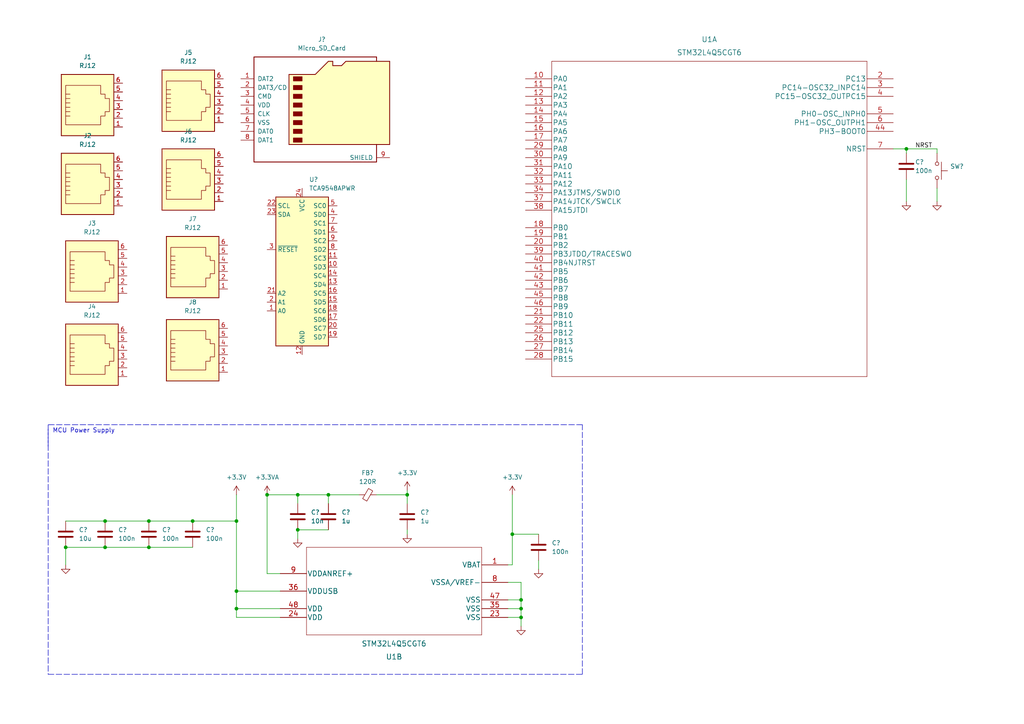
<source format=kicad_sch>
(kicad_sch (version 20211123) (generator eeschema)
  (paper "A4")
  (lib_symbols
    (symbol "Connector:Micro_SD_Card" (pin_names (offset 1.016))
      (property "Reference" "J" (at -16.51 15.24 0))
      (property "Value" "Micro_SD_Card" (at 16.51 15.24 0))
      (symbol "Micro_SD_Card_0_1"
        (rectangle (start -7.62 -9.525) (end -5.08 -10.795) (fill (type outline)))
        (rectangle (start -7.62 -6.985) (end -5.08 -8.255) (fill (type outline)))
        (rectangle (start -7.62 -4.445) (end -5.08 -5.715) (fill (type outline)))
        (rectangle (start -7.62 -1.905) (end -5.08 -3.175) (fill (type outline)))
        (rectangle (start -7.62 0.635) (end -5.08 -0.635) (fill (type outline)))
        (rectangle (start -7.62 3.175) (end -5.08 1.905) (fill (type outline)))
        (rectangle (start -7.62 5.715) (end -5.08 4.445) (fill (type outline)))
        (rectangle (start -7.62 8.255) (end -5.08 6.985) (fill (type outline)))
        (polyline (pts (xy 16.51 12.7) (xy 16.51 13.97) (xy -19.05 13.97) (xy -19.05 -16.51) (xy 16.51 -16.51) (xy 16.51 -11.43)) (stroke (width 0.254)))
        (polyline (pts (xy -8.89 -11.43) (xy -8.89 8.89) (xy -1.27 8.89) (xy 2.54 12.7) (xy 3.81 12.7) (xy 3.81 11.43) (xy 6.35 11.43) (xy 7.62 12.7) (xy 20.32 12.7) (xy 20.32 -11.43) (xy -8.89 -11.43)) (stroke (width 0.254)) (fill (type background)))
      )
      (symbol "Micro_SD_Card_1_1"
        (pin bidirectional line (at -22.86 7.62 0) (length 3.81) (name "DAT2") (number "1"))
        (pin bidirectional line (at -22.86 5.08 0) (length 3.81) (name "DAT3/CD") (number "2"))
        (pin input line (at -22.86 2.54 0) (length 3.81) (name "CMD") (number "3"))
        (pin power_in line (at -22.86 0 0) (length 3.81) (name "VDD") (number "4"))
        (pin input line (at -22.86 -2.54 0) (length 3.81) (name "CLK") (number "5"))
        (pin power_in line (at -22.86 -5.08 0) (length 3.81) (name "VSS") (number "6"))
        (pin bidirectional line (at -22.86 -7.62 0) (length 3.81) (name "DAT0") (number "7"))
        (pin bidirectional line (at -22.86 -10.16 0) (length 3.81) (name "DAT1") (number "8"))
        (pin passive line (at 20.32 -15.24 180) (length 3.81) (name "SHIELD") (number "9"))
      )
    )
    (symbol "Connector:RJ12" (pin_names (offset 1.016))
      (property "Reference" "J" (at -5.08 11.43 0))
      (property "Value" "RJ12" (at 2.54 11.43 0))
      (symbol "RJ12_0_1"
        (polyline (pts (xy -6.35 -1.905) (xy -5.08 -1.905) (xy -5.08 -1.905)))
        (polyline (pts (xy -6.35 -0.635) (xy -5.08 -0.635) (xy -5.08 -0.635)))
        (polyline (pts (xy -6.35 0.635) (xy -5.08 0.635) (xy -5.08 0.635)))
        (polyline (pts (xy -6.35 1.905) (xy -5.08 1.905) (xy -5.08 1.905)))
        (polyline (pts (xy -6.35 3.175) (xy -5.08 3.175) (xy -5.08 3.175)))
        (polyline (pts (xy -5.08 4.445) (xy -6.35 4.445) (xy -6.35 4.445)))
        (polyline (pts (xy -6.35 -4.445) (xy -6.35 6.985) (xy 3.81 6.985) (xy 3.81 4.445) (xy 5.08 4.445) (xy 5.08 3.175) (xy 6.35 3.175) (xy 6.35 -0.635) (xy 5.08 -0.635) (xy 5.08 -1.905) (xy 3.81 -1.905) (xy 3.81 -4.445) (xy -6.35 -4.445) (xy -6.35 -4.445)))
        (rectangle (start 7.62 10.16) (end -7.62 -7.62) (stroke (width 0.254)) (fill (type background)))
      )
      (symbol "RJ12_1_1"
        (pin passive line (at 10.16 -5.08 180) (length 2.54) (name "~") (number "1"))
        (pin passive line (at 10.16 -2.54 180) (length 2.54) (name "~") (number "2"))
        (pin passive line (at 10.16 0 180) (length 2.54) (name "~") (number "3"))
        (pin passive line (at 10.16 2.54 180) (length 2.54) (name "~") (number "4"))
        (pin passive line (at 10.16 5.08 180) (length 2.54) (name "~") (number "5"))
        (pin passive line (at 10.16 7.62 180) (length 2.54) (name "~") (number "6"))
      )
    )
    (symbol "Device:C" (pin_numbers hide) (pin_names (offset 0.254))
      (property "Reference" "C" (at 0.635 2.54 0))
      (property "Value" "C" (at 0.635 -2.54 0))
      (symbol "C_0_1"
        (polyline (pts (xy -2.032 -0.762) (xy 2.032 -0.762)) (stroke (width 0.508)))
        (polyline (pts (xy -2.032 0.762) (xy 2.032 0.762)) (stroke (width 0.508)))
      )
      (symbol "C_1_1"
        (pin passive line (at 0 3.81 270) (length 2.794) (name "~") (number "1"))
        (pin passive line (at 0 -3.81 90) (length 2.794) (name "~") (number "2"))
      )
    )
    (symbol "Device:FerriteBead_Small" (pin_numbers hide) (pin_names (offset 0))
      (property "Reference" "FB" (at 1.905 1.27 0))
      (property "Value" "FerriteBead_Small" (at 1.905 -1.27 0))
      (symbol "FerriteBead_Small_0_1"
        (polyline (pts (xy 0 -1.27) (xy 0 -0.7874)))
        (polyline (pts (xy 0 0.889) (xy 0 1.2954)))
        (polyline (pts (xy -1.8288 0.2794) (xy -1.1176 1.4986) (xy 1.8288 -0.2032) (xy 1.1176 -1.4224) (xy -1.8288 0.2794)))
      )
      (symbol "FerriteBead_Small_1_1"
        (pin passive line (at 0 2.54 270) (length 1.27) (name "~") (number "1"))
        (pin passive line (at 0 -2.54 90) (length 1.27) (name "~") (number "2"))
      )
    )
    (symbol "Interface_Expansion:TCA9548APWR"
      (property "Reference" "U" (at -7.62 21.59 0))
      (property "Value" "TCA9548APWR" (at 1.016 21.59 0))
      (symbol "TCA9548APWR_0_1"
        (rectangle (start -7.62 20.32) (end 7.62 -22.86) (stroke (width 0.254)) (fill (type background)))
      )
      (symbol "TCA9548APWR_1_1"
        (pin input line (at -10.16 -12.7 0) (length 2.54) (name "A0") (number "1"))
        (pin bidirectional line (at 10.16 0 180) (length 2.54) (name "SD3") (number "10"))
        (pin output line (at 10.16 2.54 180) (length 2.54) (name "SC3") (number "11"))
        (pin power_in line (at 0 -25.4 90) (length 2.54) (name "GND") (number "12"))
        (pin bidirectional line (at 10.16 -5.08 180) (length 2.54) (name "SD4") (number "13"))
        (pin output line (at 10.16 -2.54 180) (length 2.54) (name "SC4") (number "14"))
        (pin bidirectional line (at 10.16 -10.16 180) (length 2.54) (name "SD5") (number "15"))
        (pin output line (at 10.16 -7.62 180) (length 2.54) (name "SC5") (number "16"))
        (pin bidirectional line (at 10.16 -15.24 180) (length 2.54) (name "SD6") (number "17"))
        (pin output line (at 10.16 -12.7 180) (length 2.54) (name "SC6") (number "18"))
        (pin bidirectional line (at 10.16 -20.32 180) (length 2.54) (name "SD7") (number "19"))
        (pin input line (at -10.16 -10.16 0) (length 2.54) (name "A1") (number "2"))
        (pin output line (at 10.16 -17.78 180) (length 2.54) (name "SC7") (number "20"))
        (pin input line (at -10.16 -7.62 0) (length 2.54) (name "A2") (number "21"))
        (pin input line (at -10.16 17.78 0) (length 2.54) (name "SCL") (number "22"))
        (pin bidirectional line (at -10.16 15.24 0) (length 2.54) (name "SDA") (number "23"))
        (pin power_in line (at 0 22.86 270) (length 2.54) (name "VCC") (number "24"))
        (pin input line (at -10.16 5.08 0) (length 2.54) (name "~{RESET}") (number "3"))
        (pin bidirectional line (at 10.16 15.24 180) (length 2.54) (name "SD0") (number "4"))
        (pin output line (at 10.16 17.78 180) (length 2.54) (name "SC0") (number "5"))
        (pin bidirectional line (at 10.16 10.16 180) (length 2.54) (name "SD1") (number "6"))
        (pin output line (at 10.16 12.7 180) (length 2.54) (name "SC1") (number "7"))
        (pin bidirectional line (at 10.16 5.08 180) (length 2.54) (name "SD2") (number "8"))
        (pin output line (at 10.16 7.62 180) (length 2.54) (name "SC2") (number "9"))
      )
    )
    (symbol "ProtoZeroComponents:STM32L4Q5CGT6" (pin_names (offset 0.254))
      (property "Reference" "U" (at 53.34 10.16 0))
      (property "Value" "STM32L4Q5CGT6" (at 53.34 7.62 0))
      (symbol "STM32L4Q5CGT6_1_1"
        (polyline (pts (xy 7.62 -86.36) (xy 99.06 -86.36)) (stroke (width 0.127)))
        (polyline (pts (xy 7.62 5.08) (xy 7.62 -86.36)) (stroke (width 0.127)))
        (polyline (pts (xy 99.06 -86.36) (xy 99.06 5.08)) (stroke (width 0.127)))
        (polyline (pts (xy 99.06 5.08) (xy 7.62 5.08)) (stroke (width 0.127)))
        (pin bidirectional line (at 0 0 0) (length 7.62) (name "PA0") (number "10"))
        (pin bidirectional line (at 0 -2.54 0) (length 7.62) (name "PA1") (number "11"))
        (pin bidirectional line (at 0 -5.08 0) (length 7.62) (name "PA2") (number "12"))
        (pin bidirectional line (at 0 -7.62 0) (length 7.62) (name "PA3") (number "13"))
        (pin bidirectional line (at 0 -10.16 0) (length 7.62) (name "PA4") (number "14"))
        (pin bidirectional line (at 0 -12.7 0) (length 7.62) (name "PA5") (number "15"))
        (pin bidirectional line (at 0 -15.24 0) (length 7.62) (name "PA6") (number "16"))
        (pin bidirectional line (at 0 -17.78 0) (length 7.62) (name "PA7") (number "17"))
        (pin bidirectional line (at 0 -43.18 0) (length 7.62) (name "PB0") (number "18"))
        (pin bidirectional line (at 0 -45.72 0) (length 7.62) (name "PB1") (number "19"))
        (pin bidirectional line (at 106.68 0 180) (length 7.62) (name "PC13") (number "2"))
        (pin bidirectional line (at 0 -48.26 0) (length 7.62) (name "PB2") (number "20"))
        (pin bidirectional line (at 0 -68.58 0) (length 7.62) (name "PB10") (number "21"))
        (pin bidirectional line (at 0 -71.12 0) (length 7.62) (name "PB11") (number "22"))
        (pin bidirectional line (at 0 -73.66 0) (length 7.62) (name "PB12") (number "25"))
        (pin bidirectional line (at 0 -76.2 0) (length 7.62) (name "PB13") (number "26"))
        (pin bidirectional line (at 0 -78.74 0) (length 7.62) (name "PB14") (number "27"))
        (pin bidirectional line (at 0 -81.28 0) (length 7.62) (name "PB15") (number "28"))
        (pin bidirectional line (at 0 -20.32 0) (length 7.62) (name "PA8") (number "29"))
        (pin bidirectional line (at 106.68 -2.54 180) (length 7.62) (name "PC14-OSC32_INPC14") (number "3"))
        (pin bidirectional line (at 0 -22.86 0) (length 7.62) (name "PA9") (number "30"))
        (pin bidirectional line (at 0 -25.4 0) (length 7.62) (name "PA10") (number "31"))
        (pin bidirectional line (at 0 -27.94 0) (length 7.62) (name "PA11") (number "32"))
        (pin bidirectional line (at 0 -30.48 0) (length 7.62) (name "PA12") (number "33"))
        (pin bidirectional line (at 0 -33.02 0) (length 7.62) (name "PA13JTMS/SWDIO") (number "34"))
        (pin bidirectional line (at 0 -35.56 0) (length 7.62) (name "PA14JTCK/SWCLK") (number "37"))
        (pin bidirectional line (at 0 -38.1 0) (length 7.62) (name "PA15JTDI") (number "38"))
        (pin bidirectional line (at 0 -50.8 0) (length 7.62) (name "PB3JTDO/TRACESWO") (number "39"))
        (pin bidirectional line (at 106.68 -5.08 180) (length 7.62) (name "PC15-OSC32_OUTPC15") (number "4"))
        (pin bidirectional line (at 0 -53.34 0) (length 7.62) (name "PB4NJTRST") (number "40"))
        (pin bidirectional line (at 0 -55.88 0) (length 7.62) (name "PB5") (number "41"))
        (pin bidirectional line (at 0 -58.42 0) (length 7.62) (name "PB6") (number "42"))
        (pin bidirectional line (at 0 -60.96 0) (length 7.62) (name "PB7") (number "43"))
        (pin bidirectional line (at 106.68 -15.24 180) (length 7.62) (name "PH3-BOOT0") (number "44"))
        (pin bidirectional line (at 0 -63.5 0) (length 7.62) (name "PB8") (number "45"))
        (pin bidirectional line (at 0 -66.04 0) (length 7.62) (name "PB9") (number "46"))
        (pin bidirectional line (at 106.68 -10.16 180) (length 7.62) (name "PH0-OSC_INPH0") (number "5"))
        (pin bidirectional line (at 106.68 -12.7 180) (length 7.62) (name "PH1-OSC_OUTPH1") (number "6"))
        (pin power_in line (at 106.68 -20.32 180) (length 7.62) (name "NRST") (number "7"))
      )
      (symbol "STM32L4Q5CGT6_2_1"
        (polyline (pts (xy 7.62 -20.32) (xy 58.42 -20.32)) (stroke (width 0.127)))
        (polyline (pts (xy 7.62 5.08) (xy 7.62 -20.32)) (stroke (width 0.127)))
        (polyline (pts (xy 58.42 -20.32) (xy 58.42 5.08)) (stroke (width 0.127)))
        (polyline (pts (xy 58.42 5.08) (xy 7.62 5.08)) (stroke (width 0.127)))
        (pin power_in line (at 0 -15.24 0) (length 7.62) (name "VBAT") (number "1"))
        (pin power_in line (at 0 0 0) (length 7.62) (name "VSS") (number "23"))
        (pin power_in line (at 66.04 0 180) (length 7.62) (name "VDD") (number "24"))
        (pin power_in line (at 0 -2.54 0) (length 7.62) (name "VSS") (number "35"))
        (pin power_in line (at 66.04 -7.62 180) (length 7.62) (name "VDDUSB") (number "36"))
        (pin power_in line (at 0 -5.08 0) (length 7.62) (name "VSS") (number "47"))
        (pin power_in line (at 66.04 -2.54 180) (length 7.62) (name "VDD") (number "48"))
        (pin power_in line (at 0 -10.16 0) (length 7.62) (name "VSSA/VREF-") (number "8"))
        (pin power_in line (at 66.04 -12.7 180) (length 7.62) (name "VDDANREF+") (number "9"))
      )
    )
    (symbol "Switch:SW_Push" (pin_numbers hide) (pin_names (offset 1.016) hide)
      (property "Reference" "SW" (at 1.27 2.54 0))
      (property "Value" "SW_Push" (at 0 -1.524 0))
      (symbol "SW_Push_0_1"
        (circle (center -2.032 0) (radius 0.508))
        (polyline (pts (xy 0 1.27) (xy 0 3.048)))
        (polyline (pts (xy 2.54 1.27) (xy -2.54 1.27)))
        (circle (center 2.032 0) (radius 0.508))
        (pin passive line (at -5.08 0 0) (length 2.54) (name "1") (number "1"))
        (pin passive line (at 5.08 0 180) (length 2.54) (name "2") (number "2"))
      )
    )
    (symbol "power:+3.3V" (power) (pin_names (offset 0))
      (property "Value" "+3.3V" (at 0 3.556 0))
      (symbol "+3.3V_0_1"
        (polyline (pts (xy -0.762 1.27) (xy 0 2.54)))
        (polyline (pts (xy 0 0) (xy 0 2.54)))
        (polyline (pts (xy 0 2.54) (xy 0.762 1.27)))
      )
      (symbol "+3.3V_1_1"
        (pin power_in line (at 0 0 90) (length 0) hide (name "+3.3V") (number "1"))
      )
    )
    (symbol "power:+3.3VA" (power) (pin_names (offset 0))
      (property "Value" "+3.3VA" (at 0 3.556 0))
      (symbol "+3.3VA_0_1"
        (polyline (pts (xy -0.762 1.27) (xy 0 2.54)))
        (polyline (pts (xy 0 0) (xy 0 2.54)))
        (polyline (pts (xy 0 2.54) (xy 0.762 1.27)))
      )
      (symbol "+3.3VA_1_1"
        (pin power_in line (at 0 0 90) (length 0) hide (name "+3.3VA") (number "1"))
      )
    )
    (symbol "power:GND" (power) (pin_names (offset 0))
      (property "Value" "GND" (at 0 -3.81 0))
      (symbol "GND_0_1"
        (polyline (pts (xy 0 0) (xy 0 -1.27) (xy 1.27 -1.27) (xy 0 -2.54) (xy -1.27 -1.27) (xy 0 -1.27)))
      )
      (symbol "GND_1_1"
        (pin power_in line (at 0 0 270) (length 0) hide (name "GND") (number "1"))
      )
    )
  )
  (junction (at 68.58 171.45))
  (junction (at 151.13 173.99))
  (junction (at 68.58 151.13))
  (junction (at 86.36 143.51))
  (junction (at 77.47 143.51))
  (junction (at 19.05 158.75))
  (junction (at 68.58 176.53))
  (junction (at 55.88 151.13))
  (junction (at 30.48 151.13))
  (junction (at 151.13 179.07))
  (junction (at 262.89 43.18))
  (junction (at 43.18 158.75))
  (junction (at 151.13 176.53))
  (junction (at 95.25 143.51))
  (junction (at 30.48 158.75))
  (junction (at 118.11 143.51))
  (junction (at 86.36 153.67))
  (junction (at 148.59 154.94))
  (junction (at 43.18 151.13))
  (wire (pts (xy 68.58 176.53) (xy 68.58 179.07)))
  (wire (pts (xy 262.89 43.18) (xy 262.89 44.45)))
  (wire (pts (xy 68.58 143.51) (xy 68.58 151.13)))
  (wire (pts (xy 151.13 176.53) (xy 151.13 173.99)))
  (wire (pts (xy 104.14 143.51) (xy 95.25 143.51)))
  (polyline (pts (xy 13.97 195.58) (xy 168.91 195.58)))
  (wire (pts (xy 118.11 142.24) (xy 118.11 143.51)))
  (wire (pts (xy 19.05 151.13) (xy 30.48 151.13)))
  (wire (pts (xy 151.13 173.99) (xy 147.32 173.99)))
  (wire (pts (xy 43.18 158.75) (xy 55.88 158.75)))
  (wire (pts (xy 77.47 143.51) (xy 77.47 166.37)))
  (wire (pts (xy 30.48 158.75) (xy 43.18 158.75)))
  (wire (pts (xy 95.25 143.51) (xy 95.25 146.05)))
  (wire (pts (xy 68.58 171.45) (xy 68.58 176.53)))
  (wire (pts (xy 151.13 181.61) (xy 151.13 179.07)))
  (wire (pts (xy 43.18 151.13) (xy 55.88 151.13)))
  (wire (pts (xy 86.36 153.67) (xy 86.36 156.21)))
  (wire (pts (xy 148.59 154.94) (xy 156.21 154.94)))
  (wire (pts (xy 86.36 143.51) (xy 86.36 146.05)))
  (wire (pts (xy 148.59 143.51) (xy 148.59 154.94)))
  (wire (pts (xy 95.25 143.51) (xy 86.36 143.51)))
  (wire (pts (xy 118.11 153.67) (xy 118.11 154.94)))
  (wire (pts (xy 118.11 143.51) (xy 118.11 146.05)))
  (wire (pts (xy 156.21 162.56) (xy 156.21 165.1)))
  (wire (pts (xy 147.32 176.53) (xy 151.13 176.53)))
  (wire (pts (xy 19.05 158.75) (xy 30.48 158.75)))
  (wire (pts (xy 151.13 173.99) (xy 151.13 168.91)))
  (wire (pts (xy 77.47 166.37) (xy 81.28 166.37)))
  (wire (pts (xy 86.36 153.67) (xy 95.25 153.67)))
  (wire (pts (xy 68.58 176.53) (xy 81.28 176.53)))
  (polyline (pts (xy 168.91 195.58) (xy 168.91 123.19)))
  (wire (pts (xy 259.08 43.18) (xy 262.89 43.18)))
  (wire (pts (xy 271.78 54.61) (xy 271.78 58.42)))
  (wire (pts (xy 30.48 151.13) (xy 43.18 151.13)))
  (wire (pts (xy 68.58 151.13) (xy 68.58 171.45)))
  (polyline (pts (xy 13.97 123.19) (xy 13.97 129.54)))
  (wire (pts (xy 55.88 151.13) (xy 68.58 151.13)))
  (wire (pts (xy 118.11 143.51) (xy 109.22 143.51)))
  (wire (pts (xy 148.59 163.83) (xy 147.32 163.83)))
  (wire (pts (xy 271.78 44.45) (xy 271.78 43.18)))
  (wire (pts (xy 151.13 176.53) (xy 151.13 179.07)))
  (wire (pts (xy 77.47 143.51) (xy 86.36 143.51)))
  (wire (pts (xy 68.58 171.45) (xy 81.28 171.45)))
  (wire (pts (xy 148.59 154.94) (xy 148.59 163.83)))
  (wire (pts (xy 19.05 158.75) (xy 19.05 163.83)))
  (polyline (pts (xy 168.91 123.19) (xy 13.97 123.19)))
  (wire (pts (xy 262.89 43.18) (xy 271.78 43.18)))
  (wire (pts (xy 151.13 168.91) (xy 147.32 168.91)))
  (polyline (pts (xy 13.97 124.46) (xy 13.97 195.58)))
  (wire (pts (xy 151.13 179.07) (xy 147.32 179.07)))
  (wire (pts (xy 68.58 179.07) (xy 81.28 179.07)))
  (wire (pts (xy 262.89 52.07) (xy 262.89 58.42)))
  (text "MCU Power Supply" (at 15.24 125.73 0) (effects (font (size 1.27 1.27)) (justify left bottom)))
  (label "NRST" (at 265.43 43.18 0))
  (symbol (lib_id "power:GND") (at 271.78 58.42 0) (unit 1)
    (property "Reference" "#PWR?" (effects hide))
    (property "Value" "GND" (effects hide))
  )
  (symbol (lib_id "power:GND") (at 151.13 181.61 0) (unit 1)
    (property "Reference" "#PWR?" (effects hide))
    (property "Value" "GND" (effects hide))
  )
  (symbol (lib_id "Device:C") (at 95.25 149.86 0) (unit 1)
    (property "Reference" "C?" (at 99.06 148.5899 0) (effects (justify left)))
    (property "Value" "1u" (at 99.06 151.1299 0) (effects (justify left)))
  )
  (symbol (lib_id "power:GND") (at 262.89 58.42 0) (unit 1)
    (property "Reference" "#PWR?" (effects hide))
    (property "Value" "GND" (effects hide))
  )
  (symbol (lib_id "power:GND") (at 156.21 165.1 0) (unit 1)
    (property "Reference" "#PWR?" (effects hide))
    (property "Value" "GND" (effects hide))
  )
  (symbol (lib_id "power:GND") (at 19.05 163.83 0) (unit 1)
    (property "Reference" "#PWR?" (effects hide))
    (property "Value" "GND" (effects hide))
  )
  (symbol (lib_id "Device:FerriteBead_Small") (at 106.68 143.51 90) (unit 1)
    (property "Reference" "FB?" (at 106.6419 137.16 90))
    (property "Value" "120R" (at 106.6419 139.7 90))
  )
  (symbol (lib_id "power:+3.3V") (at 68.58 143.51 0) (unit 1)
    (property "Reference" "#PWR?" (effects hide))
    (property "Value" "+3.3V" (at 68.58 138.43 0))
  )
  (symbol (lib_id "Connector:RJ12") (at 26.67 104.14 0) (unit 1)
    (property "Reference" "J4" (at 26.67 88.9 0))
    (property "Value" "RJ12" (at 26.67 91.44 0))
    (property "Footprint" "Connector_RJ:RJ12_Amphenol_54601" (effects hide))
  )
  (symbol (lib_id "Connector:RJ12") (at 54.61 53.34 0) (unit 1)
    (property "Reference" "J6" (at 54.61 38.1 0))
    (property "Value" "RJ12" (at 54.61 40.64 0))
    (property "Footprint" "Connector_RJ:RJ12_Amphenol_54601" (effects hide))
  )
  (symbol (lib_id "power:+3.3V") (at 148.59 143.51 0) (unit 1)
    (property "Reference" "#PWR?" (effects hide))
    (property "Value" "+3.3V" (at 148.59 138.43 0))
  )
  (symbol (lib_id "power:GND") (at 118.11 154.94 0) (unit 1)
    (property "Reference" "#PWR?" (effects hide))
    (property "Value" "GND" (effects hide))
  )
  (symbol (lib_id "Connector:RJ12") (at 25.4 54.61 0) (unit 1)
    (property "Reference" "J2" (at 25.4 39.37 0))
    (property "Value" "RJ12" (at 25.4 41.91 0))
    (property "Footprint" "Connector_RJ:RJ12_Amphenol_54601" (effects hide))
  )
  (symbol (lib_id "Connector:RJ12") (at 55.88 102.87 0) (unit 1)
    (property "Reference" "J8" (at 55.88 87.63 0))
    (property "Value" "RJ12" (at 55.88 90.17 0))
    (property "Footprint" "Connector_RJ:RJ12_Amphenol_54601" (effects hide))
  )
  (symbol (lib_id "ProtoZeroComponents:STM32L4Q5CGT6") (at 152.4 22.86 0) (unit 1)
    (property "Reference" "U1" (at 205.74 11.43 0) (effects (font (size 1.524 1.524))))
    (property "Value" "STM32L4Q5CGT6" (at 205.74 15.24 0) (effects (font (size 1.524 1.524))))
    (property "Footprint" "LQFP-48" (effects hide))
  )
  (symbol (lib_id "Device:C") (at 19.05 154.94 0) (unit 1)
    (property "Reference" "C?" (at 22.86 153.6699 0) (effects (justify left)))
    (property "Value" "10u" (at 22.86 156.2099 0) (effects (justify left)))
  )
  (symbol (lib_id "Connector:RJ12") (at 25.4 31.75 0) (unit 1)
    (property "Reference" "J1" (at 25.4 16.51 0))
    (property "Value" "RJ12" (at 25.4 19.05 0))
    (property "Footprint" "Connector_RJ:RJ12_Amphenol_54601" (effects hide))
  )
  (symbol (lib_id "Device:C") (at 43.18 154.94 0) (unit 1)
    (property "Reference" "C?" (at 46.99 153.6699 0) (effects (justify left)))
    (property "Value" "100n" (at 46.99 156.2099 0) (effects (justify left)))
  )
  (symbol (lib_id "Device:C") (at 55.88 154.94 0) (unit 1)
    (property "Reference" "C?" (at 59.69 153.6699 0) (effects (justify left)))
    (property "Value" "100n" (at 59.69 156.2099 0) (effects (justify left)))
  )
  (symbol (lib_id "power:+3.3VA") (at 77.47 143.51 0) (unit 1)
    (property "Reference" "#PWR?" (effects hide))
    (property "Value" "+3.3VA" (at 77.47 138.43 0))
  )
  (symbol (lib_id "Switch:SW_Push") (at 271.78 49.53 270) (unit 1)
    (property "Reference" "SW?" (at 275.59 48.2599 90) (effects (justify left)))
    (property "Value" "SW_Push" (effects hide))
  )
  (symbol (lib_id "Device:C") (at 86.36 149.86 0) (unit 1)
    (property "Reference" "C?" (at 90.17 148.5899 0) (effects (justify left)))
    (property "Value" "10n" (at 90.17 151.1299 0) (effects (justify left)))
  )
  (symbol (lib_id "Device:C") (at 30.48 154.94 0) (unit 1)
    (property "Reference" "C?" (at 34.29 153.6699 0) (effects (justify left)))
    (property "Value" "100n" (at 34.29 156.2099 0) (effects (justify left)))
  )
  (symbol (lib_id "power:GND") (at 86.36 156.21 0) (unit 1)
    (property "Reference" "#PWR?" (effects hide))
    (property "Value" "GND" (effects hide))
  )
  (symbol (lib_id "Connector:Micro_SD_Card") (at 92.71 30.48 0) (unit 1)
    (property "Reference" "J?" (at 93.345 11.43 0))
    (property "Value" "Micro_SD_Card" (at 93.345 13.97 0))
    (property "Datasheet" "http://katalog.we-online.de/em/datasheet/693072010801.pdf" (effects hide))
  )
  (symbol (lib_id "ProtoZeroComponents:STM32L4Q5CGT6") (at 147.32 179.07 180) (unit 2)
    (property "Reference" "U1" (at 114.3 190.5 0) (effects (font (size 1.524 1.524))))
    (property "Value" "STM32L4Q5CGT6" (at 114.3 186.69 0) (effects (font (size 1.524 1.524))))
    (property "Footprint" "LQFP-48" (effects hide))
  )
  (symbol (lib_id "power:+3.3V") (at 118.11 142.24 0) (unit 1)
    (property "Reference" "#PWR?" (effects hide))
    (property "Value" "+3.3V" (at 118.11 137.16 0))
  )
  (symbol (lib_id "Device:C") (at 118.11 149.86 0) (unit 1)
    (property "Reference" "C?" (at 121.92 148.5899 0) (effects (justify left)))
    (property "Value" "1u" (at 121.92 151.1299 0) (effects (justify left)))
  )
  (symbol (lib_id "Device:C") (at 156.21 158.75 0) (unit 1)
    (property "Reference" "C?" (at 160.02 157.4799 0) (effects (justify left)))
    (property "Value" "100n" (at 160.02 160.0199 0) (effects (justify left)))
  )
  (symbol (lib_id "Interface_Expansion:TCA9548APWR") (at 87.63 77.47 0) (unit 1)
    (property "Reference" "U?" (at 89.6494 52.07 0) (effects (justify left)))
    (property "Value" "TCA9548APWR" (at 89.6494 54.61 0) (effects (justify left)))
    (property "Footprint" "Package_SO:TSSOP-24_4.4x7.8mm_P0.65mm" (effects hide))
    (property "Datasheet" "http://www.ti.com/lit/ds/symlink/tca9548a.pdf" (effects hide))
  )
  (symbol (lib_id "Connector:RJ12") (at 54.61 30.48 0) (unit 1)
    (property "Reference" "J5" (at 54.61 15.24 0))
    (property "Value" "RJ12" (at 54.61 17.78 0))
    (property "Footprint" "Connector_RJ:RJ12_Amphenol_54601" (effects hide))
  )
  (symbol (lib_id "Connector:RJ12") (at 26.67 80.01 0) (unit 1)
    (property "Reference" "J3" (at 26.67 64.77 0))
    (property "Value" "RJ12" (at 26.67 67.31 0))
    (property "Footprint" "Connector_RJ:RJ12_Amphenol_54601" (effects hide))
  )
  (symbol (lib_id "Device:C") (at 262.89 48.26 0) (unit 1)
    (property "Reference" "C?" (at 265.43 46.99 0) (effects (justify left)))
    (property "Value" "100n" (at 265.43 49.53 0) (effects (justify left)))
  )
  (symbol (lib_id "Connector:RJ12") (at 55.88 78.74 0) (unit 1)
    (property "Reference" "J7" (at 55.88 63.5 0))
    (property "Value" "RJ12" (at 55.88 66.04 0))
    (property "Footprint" "Connector_RJ:RJ12_Amphenol_54601" (effects hide))
  )
)
</source>
